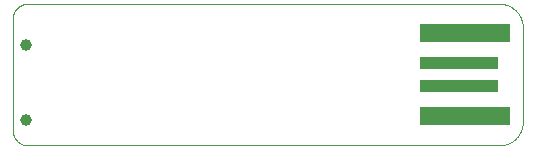
<source format=gbs>
G75*
%MOIN*%
%OFA0B0*%
%FSLAX25Y25*%
%IPPOS*%
%LPD*%
%AMOC8*
5,1,8,0,0,1.08239X$1,22.5*
%
%ADD10C,0.00000*%
%ADD11C,0.03900*%
%ADD12R,0.29928X0.06306*%
%ADD13R,0.25991X0.04337*%
D10*
X0011800Y0006800D02*
X0168926Y0006800D01*
X0169116Y0006802D01*
X0169306Y0006809D01*
X0169496Y0006821D01*
X0169686Y0006837D01*
X0169875Y0006857D01*
X0170064Y0006883D01*
X0170252Y0006912D01*
X0170439Y0006947D01*
X0170625Y0006986D01*
X0170810Y0007029D01*
X0170995Y0007077D01*
X0171178Y0007129D01*
X0171359Y0007185D01*
X0171539Y0007246D01*
X0171718Y0007312D01*
X0171895Y0007381D01*
X0172071Y0007455D01*
X0172244Y0007533D01*
X0172416Y0007616D01*
X0172585Y0007702D01*
X0172753Y0007792D01*
X0172918Y0007887D01*
X0173081Y0007985D01*
X0173241Y0008088D01*
X0173399Y0008194D01*
X0173554Y0008304D01*
X0173707Y0008417D01*
X0173857Y0008535D01*
X0174003Y0008656D01*
X0174147Y0008780D01*
X0174288Y0008908D01*
X0174426Y0009039D01*
X0174561Y0009174D01*
X0174692Y0009312D01*
X0174820Y0009453D01*
X0174944Y0009597D01*
X0175065Y0009743D01*
X0175183Y0009893D01*
X0175296Y0010046D01*
X0175406Y0010201D01*
X0175512Y0010359D01*
X0175615Y0010519D01*
X0175713Y0010682D01*
X0175808Y0010847D01*
X0175898Y0011015D01*
X0175984Y0011184D01*
X0176067Y0011356D01*
X0176145Y0011529D01*
X0176219Y0011705D01*
X0176288Y0011882D01*
X0176354Y0012061D01*
X0176415Y0012241D01*
X0176471Y0012422D01*
X0176523Y0012605D01*
X0176571Y0012790D01*
X0176614Y0012975D01*
X0176653Y0013161D01*
X0176688Y0013348D01*
X0176717Y0013536D01*
X0176743Y0013725D01*
X0176763Y0013914D01*
X0176779Y0014104D01*
X0176791Y0014294D01*
X0176798Y0014484D01*
X0176800Y0014674D01*
X0176800Y0046170D01*
X0176798Y0046360D01*
X0176791Y0046550D01*
X0176779Y0046740D01*
X0176763Y0046930D01*
X0176743Y0047119D01*
X0176717Y0047308D01*
X0176688Y0047496D01*
X0176653Y0047683D01*
X0176614Y0047869D01*
X0176571Y0048054D01*
X0176523Y0048239D01*
X0176471Y0048422D01*
X0176415Y0048603D01*
X0176354Y0048783D01*
X0176288Y0048962D01*
X0176219Y0049139D01*
X0176145Y0049315D01*
X0176067Y0049488D01*
X0175984Y0049660D01*
X0175898Y0049829D01*
X0175808Y0049997D01*
X0175713Y0050162D01*
X0175615Y0050325D01*
X0175512Y0050485D01*
X0175406Y0050643D01*
X0175296Y0050798D01*
X0175183Y0050951D01*
X0175065Y0051101D01*
X0174944Y0051247D01*
X0174820Y0051391D01*
X0174692Y0051532D01*
X0174561Y0051670D01*
X0174426Y0051805D01*
X0174288Y0051936D01*
X0174147Y0052064D01*
X0174003Y0052188D01*
X0173857Y0052309D01*
X0173707Y0052427D01*
X0173554Y0052540D01*
X0173399Y0052650D01*
X0173241Y0052756D01*
X0173081Y0052859D01*
X0172918Y0052957D01*
X0172753Y0053052D01*
X0172585Y0053142D01*
X0172416Y0053228D01*
X0172244Y0053311D01*
X0172071Y0053389D01*
X0171895Y0053463D01*
X0171718Y0053532D01*
X0171539Y0053598D01*
X0171359Y0053659D01*
X0171178Y0053715D01*
X0170995Y0053767D01*
X0170810Y0053815D01*
X0170625Y0053858D01*
X0170439Y0053897D01*
X0170252Y0053932D01*
X0170064Y0053961D01*
X0169875Y0053987D01*
X0169686Y0054007D01*
X0169496Y0054023D01*
X0169306Y0054035D01*
X0169116Y0054042D01*
X0168926Y0054044D01*
X0011800Y0054044D01*
X0011660Y0054042D01*
X0011520Y0054036D01*
X0011380Y0054026D01*
X0011240Y0054013D01*
X0011101Y0053995D01*
X0010962Y0053973D01*
X0010825Y0053948D01*
X0010687Y0053919D01*
X0010551Y0053886D01*
X0010416Y0053849D01*
X0010282Y0053808D01*
X0010149Y0053763D01*
X0010017Y0053715D01*
X0009887Y0053663D01*
X0009758Y0053608D01*
X0009631Y0053549D01*
X0009505Y0053486D01*
X0009381Y0053420D01*
X0009260Y0053351D01*
X0009140Y0053278D01*
X0009022Y0053201D01*
X0008907Y0053122D01*
X0008793Y0053039D01*
X0008683Y0052953D01*
X0008574Y0052864D01*
X0008468Y0052772D01*
X0008365Y0052677D01*
X0008264Y0052580D01*
X0008167Y0052479D01*
X0008072Y0052376D01*
X0007980Y0052270D01*
X0007891Y0052161D01*
X0007805Y0052051D01*
X0007722Y0051937D01*
X0007643Y0051822D01*
X0007566Y0051704D01*
X0007493Y0051584D01*
X0007424Y0051463D01*
X0007358Y0051339D01*
X0007295Y0051213D01*
X0007236Y0051086D01*
X0007181Y0050957D01*
X0007129Y0050827D01*
X0007081Y0050695D01*
X0007036Y0050562D01*
X0006995Y0050428D01*
X0006958Y0050293D01*
X0006925Y0050157D01*
X0006896Y0050019D01*
X0006871Y0049882D01*
X0006849Y0049743D01*
X0006831Y0049604D01*
X0006818Y0049464D01*
X0006808Y0049324D01*
X0006802Y0049184D01*
X0006800Y0049044D01*
X0006800Y0011800D01*
X0006802Y0011660D01*
X0006808Y0011520D01*
X0006818Y0011380D01*
X0006831Y0011240D01*
X0006849Y0011101D01*
X0006871Y0010962D01*
X0006896Y0010825D01*
X0006925Y0010687D01*
X0006958Y0010551D01*
X0006995Y0010416D01*
X0007036Y0010282D01*
X0007081Y0010149D01*
X0007129Y0010017D01*
X0007181Y0009887D01*
X0007236Y0009758D01*
X0007295Y0009631D01*
X0007358Y0009505D01*
X0007424Y0009381D01*
X0007493Y0009260D01*
X0007566Y0009140D01*
X0007643Y0009022D01*
X0007722Y0008907D01*
X0007805Y0008793D01*
X0007891Y0008683D01*
X0007980Y0008574D01*
X0008072Y0008468D01*
X0008167Y0008365D01*
X0008264Y0008264D01*
X0008365Y0008167D01*
X0008468Y0008072D01*
X0008574Y0007980D01*
X0008683Y0007891D01*
X0008793Y0007805D01*
X0008907Y0007722D01*
X0009022Y0007643D01*
X0009140Y0007566D01*
X0009260Y0007493D01*
X0009381Y0007424D01*
X0009505Y0007358D01*
X0009631Y0007295D01*
X0009758Y0007236D01*
X0009887Y0007181D01*
X0010017Y0007129D01*
X0010149Y0007081D01*
X0010282Y0007036D01*
X0010416Y0006995D01*
X0010551Y0006958D01*
X0010687Y0006925D01*
X0010825Y0006896D01*
X0010962Y0006871D01*
X0011101Y0006849D01*
X0011240Y0006831D01*
X0011380Y0006818D01*
X0011520Y0006808D01*
X0011660Y0006802D01*
X0011800Y0006800D01*
D11*
X0011300Y0015422D03*
X0011300Y0040422D03*
D12*
X0157587Y0044202D03*
X0157587Y0016642D03*
D13*
X0155619Y0026485D03*
X0155619Y0034359D03*
M02*

</source>
